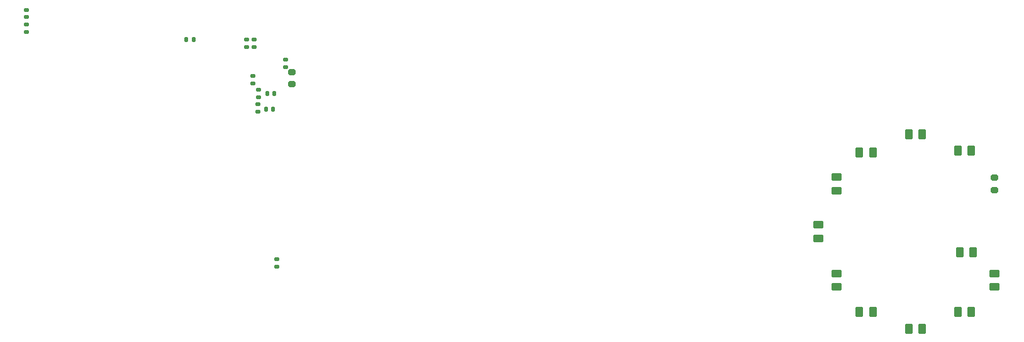
<source format=gbr>
%TF.GenerationSoftware,KiCad,Pcbnew,8.0.1*%
%TF.CreationDate,2024-11-27T15:43:16-06:00*%
%TF.ProjectId,XAmplifier,58416d70-6c69-4666-9965-722e6b696361,rev?*%
%TF.SameCoordinates,Original*%
%TF.FileFunction,Paste,Bot*%
%TF.FilePolarity,Positive*%
%FSLAX46Y46*%
G04 Gerber Fmt 4.6, Leading zero omitted, Abs format (unit mm)*
G04 Created by KiCad (PCBNEW 8.0.1) date 2024-11-27 15:43:16*
%MOMM*%
%LPD*%
G01*
G04 APERTURE LIST*
G04 Aperture macros list*
%AMRoundRect*
0 Rectangle with rounded corners*
0 $1 Rounding radius*
0 $2 $3 $4 $5 $6 $7 $8 $9 X,Y pos of 4 corners*
0 Add a 4 corners polygon primitive as box body*
4,1,4,$2,$3,$4,$5,$6,$7,$8,$9,$2,$3,0*
0 Add four circle primitives for the rounded corners*
1,1,$1+$1,$2,$3*
1,1,$1+$1,$4,$5*
1,1,$1+$1,$6,$7*
1,1,$1+$1,$8,$9*
0 Add four rect primitives between the rounded corners*
20,1,$1+$1,$2,$3,$4,$5,0*
20,1,$1+$1,$4,$5,$6,$7,0*
20,1,$1+$1,$6,$7,$8,$9,0*
20,1,$1+$1,$8,$9,$2,$3,0*%
G04 Aperture macros list end*
%ADD10RoundRect,0.135000X-0.135000X-0.185000X0.135000X-0.185000X0.135000X0.185000X-0.135000X0.185000X0*%
%ADD11RoundRect,0.135000X0.185000X-0.135000X0.185000X0.135000X-0.185000X0.135000X-0.185000X-0.135000X0*%
%ADD12RoundRect,0.200000X-0.275000X0.200000X-0.275000X-0.200000X0.275000X-0.200000X0.275000X0.200000X0*%
%ADD13RoundRect,0.140000X-0.170000X0.140000X-0.170000X-0.140000X0.170000X-0.140000X0.170000X0.140000X0*%
%ADD14RoundRect,0.250000X0.450000X-0.262500X0.450000X0.262500X-0.450000X0.262500X-0.450000X-0.262500X0*%
%ADD15RoundRect,0.250000X0.262500X0.450000X-0.262500X0.450000X-0.262500X-0.450000X0.262500X-0.450000X0*%
%ADD16RoundRect,0.250000X-0.450000X0.262500X-0.450000X-0.262500X0.450000X-0.262500X0.450000X0.262500X0*%
%ADD17RoundRect,0.250000X-0.262500X-0.450000X0.262500X-0.450000X0.262500X0.450000X-0.262500X0.450000X0*%
%ADD18RoundRect,0.200000X0.275000X-0.200000X0.275000X0.200000X-0.275000X0.200000X-0.275000X-0.200000X0*%
%ADD19RoundRect,0.140000X0.140000X0.170000X-0.140000X0.170000X-0.140000X-0.170000X0.140000X-0.170000X0*%
%ADD20RoundRect,0.140000X0.170000X-0.140000X0.170000X0.140000X-0.170000X0.140000X-0.170000X-0.140000X0*%
%ADD21RoundRect,0.140000X-0.140000X-0.170000X0.140000X-0.170000X0.140000X0.170000X-0.140000X0.170000X0*%
G04 APERTURE END LIST*
D10*
%TO.C,R439*%
X101740000Y-74268000D03*
X102760000Y-74268000D03*
%TD*%
D11*
%TO.C,R400*%
X113899191Y-104933480D03*
X113899191Y-103913480D03*
%TD*%
D12*
%TO.C,R443*%
X115950000Y-78675000D03*
X115950000Y-80325000D03*
%TD*%
D13*
%TO.C,C424*%
X109860000Y-75274274D03*
X109860000Y-74314274D03*
%TD*%
%TO.C,C423*%
X110870000Y-75270000D03*
X110870000Y-74310000D03*
%TD*%
D14*
%TO.C,R411*%
X210500000Y-107662500D03*
X210500000Y-105837500D03*
%TD*%
D15*
%TO.C,R420*%
X207412500Y-89250000D03*
X205587500Y-89250000D03*
%TD*%
D16*
%TO.C,R416*%
X186781218Y-99271517D03*
X186781218Y-101096517D03*
%TD*%
D17*
%TO.C,R413*%
X198967498Y-113282797D03*
X200792498Y-113282797D03*
%TD*%
%TO.C,R414*%
X192337500Y-111000000D03*
X194162500Y-111000000D03*
%TD*%
%TO.C,R412*%
X205587500Y-111000000D03*
X207412500Y-111000000D03*
%TD*%
D18*
%TO.C,R421*%
X210500000Y-94575000D03*
X210500000Y-92925000D03*
%TD*%
D19*
%TO.C,C433*%
X113410854Y-83685206D03*
X112450854Y-83685206D03*
%TD*%
D15*
%TO.C,R418*%
X194162500Y-89500000D03*
X192337500Y-89500000D03*
%TD*%
D13*
%TO.C,C429*%
X110697754Y-79214274D03*
X110697754Y-80174274D03*
%TD*%
D15*
%TO.C,R422*%
X205837500Y-103000000D03*
X207662500Y-103000000D03*
%TD*%
D13*
%TO.C,C432*%
X111397754Y-83014274D03*
X111397754Y-83974274D03*
%TD*%
D16*
%TO.C,R415*%
X189250000Y-105837500D03*
X189250000Y-107662500D03*
%TD*%
D11*
%TO.C,R445*%
X111497754Y-82104274D03*
X111497754Y-81084274D03*
%TD*%
D20*
%TO.C,R435*%
X80250000Y-73230000D03*
X80250000Y-72270000D03*
%TD*%
D16*
%TO.C,R417*%
X189250000Y-92837500D03*
X189250000Y-94662500D03*
%TD*%
D21*
%TO.C,C434*%
X112617754Y-81594274D03*
X113577754Y-81594274D03*
%TD*%
D20*
%TO.C,C431*%
X115100000Y-77020000D03*
X115100000Y-77980000D03*
%TD*%
D15*
%TO.C,R419*%
X200792498Y-87085237D03*
X198967498Y-87085237D03*
%TD*%
D13*
%TO.C,R436*%
X80250000Y-70270000D03*
X80250000Y-71230000D03*
%TD*%
M02*

</source>
